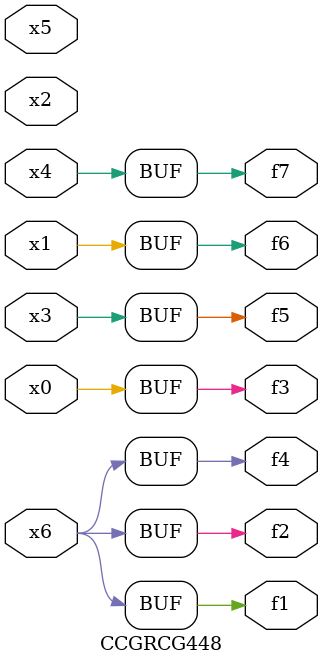
<source format=v>
module CCGRCG448(
	input x0, x1, x2, x3, x4, x5, x6,
	output f1, f2, f3, f4, f5, f6, f7
);
	assign f1 = x6;
	assign f2 = x6;
	assign f3 = x0;
	assign f4 = x6;
	assign f5 = x3;
	assign f6 = x1;
	assign f7 = x4;
endmodule

</source>
